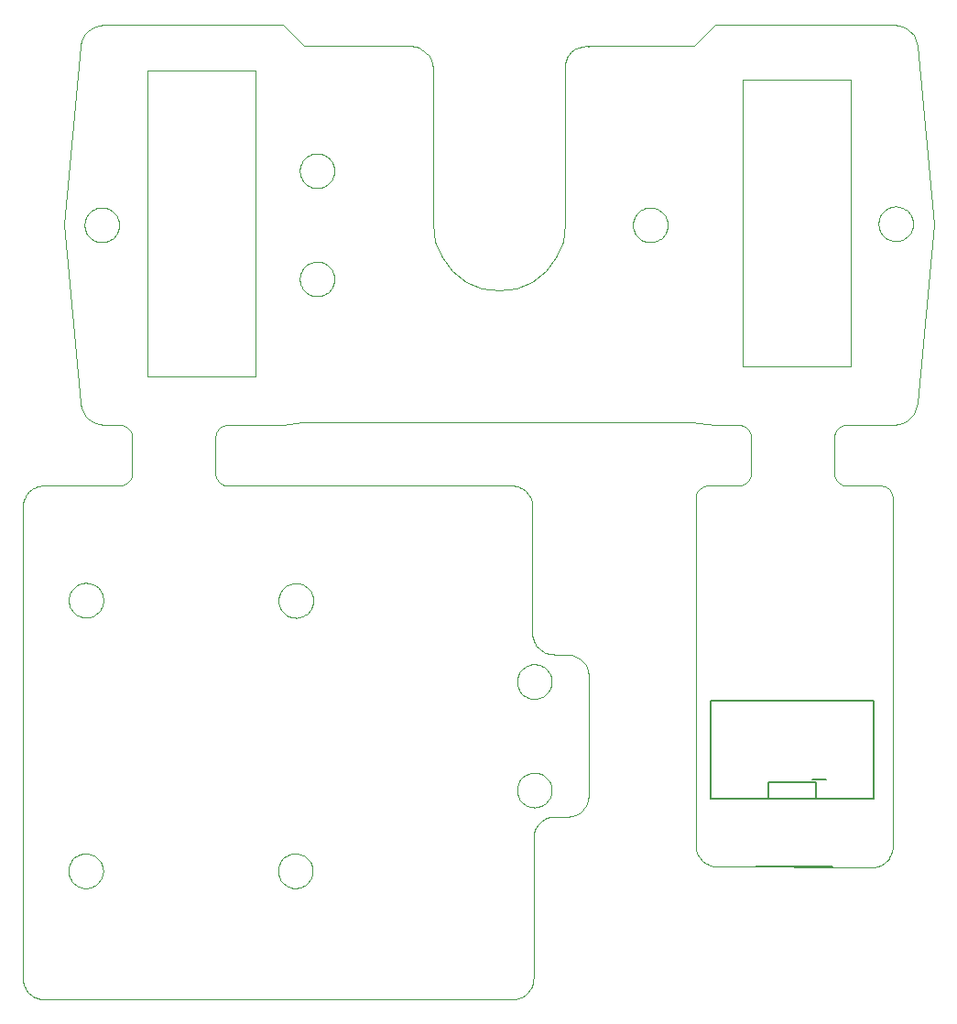
<source format=gbo>
G75*
G70*
%OFA0B0*%
%FSLAX24Y24*%
%IPPOS*%
%LPD*%
%AMOC8*
5,1,8,0,0,1.08239X$1,22.5*
%
%ADD10C,0.0010*%
%ADD11C,0.0000*%
%ADD12C,0.0080*%
%ADD13C,0.0050*%
D10*
X001892Y001853D02*
X001892Y018979D01*
X001893Y019033D01*
X001897Y019087D01*
X001905Y019141D01*
X001917Y019194D01*
X001933Y019246D01*
X001952Y019296D01*
X001975Y019345D01*
X002001Y019393D01*
X002030Y019438D01*
X002063Y019482D01*
X002098Y019523D01*
X002136Y019561D01*
X002177Y019596D01*
X002221Y019629D01*
X002266Y019658D01*
X002314Y019684D01*
X002363Y019707D01*
X002413Y019726D01*
X002465Y019742D01*
X002518Y019754D01*
X002572Y019762D01*
X002626Y019766D01*
X002680Y019767D01*
X002680Y019766D02*
X005396Y019766D01*
X005438Y019767D01*
X005480Y019771D01*
X005521Y019778D01*
X005561Y019790D01*
X005600Y019805D01*
X005638Y019824D01*
X005673Y019846D01*
X005706Y019871D01*
X005737Y019900D01*
X005765Y019931D01*
X005790Y019964D01*
X005812Y020000D01*
X005831Y020037D01*
X005846Y020076D01*
X005857Y020116D01*
X005865Y020158D01*
X005869Y020199D01*
X005869Y021499D01*
X005869Y021498D02*
X005868Y021540D01*
X005864Y021582D01*
X005857Y021623D01*
X005845Y021663D01*
X005830Y021702D01*
X005811Y021740D01*
X005789Y021775D01*
X005764Y021808D01*
X005735Y021839D01*
X005704Y021867D01*
X005671Y021892D01*
X005635Y021914D01*
X005598Y021933D01*
X005559Y021948D01*
X005519Y021959D01*
X005477Y021967D01*
X005436Y021971D01*
X004845Y021971D01*
X004852Y021978D02*
X004642Y022008D01*
X004542Y022038D01*
X004442Y022088D01*
X004352Y022138D01*
X004272Y022208D01*
X004192Y022288D01*
X004132Y022368D01*
X004082Y022458D01*
X004032Y022558D01*
X003992Y022768D01*
X003392Y029268D01*
X003992Y035758D01*
X004032Y035968D01*
X004082Y036068D01*
X004132Y036158D01*
X004192Y036238D01*
X004272Y036318D01*
X004352Y036388D01*
X004442Y036438D01*
X004542Y036488D01*
X004642Y036518D01*
X004852Y036548D01*
X011342Y036548D01*
X012132Y035758D01*
X015992Y035758D01*
X016202Y035728D01*
X016312Y035698D01*
X016402Y035648D01*
X016492Y035588D01*
X016572Y035518D01*
X016652Y035438D01*
X016712Y035348D01*
X016792Y035148D01*
X016822Y034928D01*
X016822Y029268D01*
X016902Y028638D01*
X017142Y028058D01*
X017522Y027568D01*
X018022Y027188D01*
X018602Y026948D01*
X019222Y026858D01*
X019842Y026948D01*
X020422Y027188D01*
X020922Y027568D01*
X021302Y028058D01*
X021542Y028638D01*
X021622Y029268D01*
X021622Y034928D01*
X021616Y034924D02*
X021614Y034979D01*
X021616Y035034D01*
X021621Y035088D01*
X021630Y035142D01*
X021643Y035195D01*
X021660Y035248D01*
X021681Y035298D01*
X021705Y035348D01*
X021732Y035395D01*
X021763Y035441D01*
X021797Y035484D01*
X021833Y035524D01*
X021873Y035562D01*
X021915Y035597D01*
X021960Y035629D01*
X022007Y035657D01*
X022055Y035683D01*
X022106Y035704D01*
X022157Y035722D01*
X022210Y035737D01*
X022264Y035747D01*
X022318Y035754D01*
X022373Y035757D01*
X022428Y035756D01*
X022483Y035751D01*
X022452Y035758D02*
X026312Y035758D01*
X027092Y036548D01*
X033592Y036548D01*
X033802Y036518D01*
X033902Y036488D01*
X034002Y036438D01*
X034092Y036388D01*
X034172Y036318D01*
X034312Y036158D01*
X034362Y036068D01*
X034402Y035968D01*
X034452Y035758D01*
X035052Y029268D01*
X034452Y022768D01*
X034402Y022558D01*
X034362Y022458D01*
X034312Y022368D01*
X034172Y022208D01*
X034092Y022138D01*
X034002Y022088D01*
X033902Y022038D01*
X033802Y022008D01*
X033592Y021978D01*
X033585Y021971D02*
X031892Y021971D01*
X031893Y021971D02*
X031851Y021970D01*
X031809Y021966D01*
X031768Y021959D01*
X031728Y021947D01*
X031689Y021932D01*
X031651Y021913D01*
X031616Y021891D01*
X031583Y021866D01*
X031552Y021837D01*
X031524Y021806D01*
X031499Y021773D01*
X031477Y021737D01*
X031458Y021700D01*
X031443Y021661D01*
X031432Y021621D01*
X031424Y021579D01*
X031420Y021538D01*
X031420Y020239D01*
X031421Y020197D01*
X031425Y020155D01*
X031432Y020114D01*
X031444Y020074D01*
X031459Y020035D01*
X031478Y019997D01*
X031500Y019962D01*
X031525Y019929D01*
X031554Y019898D01*
X031585Y019870D01*
X031618Y019845D01*
X031654Y019823D01*
X031691Y019804D01*
X031730Y019789D01*
X031770Y019778D01*
X031812Y019770D01*
X031853Y019766D01*
X033113Y019766D01*
X033113Y019767D02*
X033154Y019763D01*
X033196Y019755D01*
X033236Y019744D01*
X033275Y019729D01*
X033312Y019710D01*
X033348Y019688D01*
X033381Y019663D01*
X033412Y019635D01*
X033441Y019604D01*
X033466Y019571D01*
X033488Y019536D01*
X033507Y019498D01*
X033522Y019459D01*
X033534Y019419D01*
X033541Y019378D01*
X033545Y019336D01*
X033546Y019294D01*
X033546Y006656D01*
X033545Y006602D01*
X033541Y006548D01*
X033533Y006494D01*
X033521Y006441D01*
X033505Y006389D01*
X033486Y006339D01*
X033463Y006290D01*
X033437Y006242D01*
X033408Y006197D01*
X033375Y006153D01*
X033340Y006112D01*
X033302Y006074D01*
X033261Y006039D01*
X033217Y006006D01*
X033172Y005977D01*
X033124Y005951D01*
X033075Y005928D01*
X033025Y005909D01*
X032973Y005893D01*
X032920Y005881D01*
X032866Y005873D01*
X032812Y005869D01*
X032758Y005868D01*
X032758Y005869D02*
X027168Y005908D01*
X027114Y005909D01*
X027060Y005913D01*
X027006Y005921D01*
X026953Y005933D01*
X026901Y005949D01*
X026851Y005968D01*
X026802Y005991D01*
X026754Y006017D01*
X026709Y006046D01*
X026665Y006079D01*
X026624Y006114D01*
X026586Y006152D01*
X026551Y006193D01*
X026518Y006237D01*
X026489Y006282D01*
X026463Y006330D01*
X026440Y006379D01*
X026421Y006429D01*
X026405Y006481D01*
X026393Y006534D01*
X026385Y006588D01*
X026381Y006642D01*
X026380Y006696D01*
X026380Y006695D02*
X026380Y019333D01*
X026380Y019334D02*
X026384Y019375D01*
X026392Y019417D01*
X026403Y019457D01*
X026418Y019496D01*
X026437Y019533D01*
X026459Y019569D01*
X026484Y019602D01*
X026512Y019633D01*
X026543Y019662D01*
X026576Y019687D01*
X026611Y019709D01*
X026649Y019728D01*
X026688Y019743D01*
X026728Y019755D01*
X026769Y019762D01*
X026811Y019766D01*
X026853Y019767D01*
X026853Y019766D02*
X027916Y019766D01*
X027958Y019767D01*
X028000Y019771D01*
X028041Y019778D01*
X028081Y019790D01*
X028120Y019805D01*
X028158Y019824D01*
X028193Y019846D01*
X028226Y019871D01*
X028257Y019900D01*
X028285Y019931D01*
X028310Y019964D01*
X028332Y020000D01*
X028351Y020037D01*
X028366Y020076D01*
X028377Y020116D01*
X028385Y020158D01*
X028389Y020199D01*
X028388Y020199D02*
X028388Y021499D01*
X028389Y021498D02*
X028388Y021540D01*
X028384Y021582D01*
X028377Y021623D01*
X028365Y021663D01*
X028350Y021702D01*
X028331Y021740D01*
X028309Y021775D01*
X028284Y021808D01*
X028255Y021839D01*
X028224Y021867D01*
X028191Y021892D01*
X028155Y021914D01*
X028118Y021933D01*
X028079Y021948D01*
X028039Y021959D01*
X027997Y021967D01*
X027956Y021971D01*
X027955Y021971D02*
X027089Y021971D01*
X027092Y021978D02*
X026233Y022060D01*
X012053Y022060D01*
X011342Y021978D01*
X011341Y021971D02*
X009373Y021971D01*
X009331Y021970D01*
X009289Y021966D01*
X009248Y021959D01*
X009208Y021947D01*
X009169Y021932D01*
X009131Y021913D01*
X009096Y021891D01*
X009063Y021866D01*
X009032Y021837D01*
X009004Y021806D01*
X008979Y021773D01*
X008957Y021737D01*
X008938Y021700D01*
X008923Y021661D01*
X008912Y021621D01*
X008904Y021579D01*
X008900Y021538D01*
X008900Y020239D01*
X008901Y020197D01*
X008905Y020155D01*
X008912Y020114D01*
X008924Y020074D01*
X008939Y020035D01*
X008958Y019997D01*
X008980Y019962D01*
X009005Y019929D01*
X009034Y019898D01*
X009065Y019870D01*
X009098Y019845D01*
X009134Y019823D01*
X009171Y019804D01*
X009210Y019789D01*
X009250Y019778D01*
X009292Y019770D01*
X009333Y019766D01*
X019648Y019766D01*
X019648Y019767D02*
X019702Y019766D01*
X019756Y019762D01*
X019810Y019754D01*
X019863Y019742D01*
X019915Y019726D01*
X019965Y019707D01*
X020014Y019684D01*
X020062Y019658D01*
X020107Y019629D01*
X020151Y019596D01*
X020192Y019561D01*
X020230Y019523D01*
X020265Y019482D01*
X020298Y019438D01*
X020327Y019393D01*
X020353Y019345D01*
X020376Y019296D01*
X020395Y019246D01*
X020411Y019194D01*
X020423Y019141D01*
X020431Y019087D01*
X020435Y019033D01*
X020436Y018979D01*
X020436Y014412D01*
X020435Y014412D02*
X020436Y014358D01*
X020440Y014304D01*
X020448Y014250D01*
X020460Y014197D01*
X020476Y014145D01*
X020495Y014095D01*
X020518Y014046D01*
X020544Y013998D01*
X020573Y013953D01*
X020606Y013909D01*
X020641Y013868D01*
X020679Y013830D01*
X020720Y013795D01*
X020764Y013762D01*
X020809Y013733D01*
X020857Y013707D01*
X020906Y013684D01*
X020956Y013665D01*
X021008Y013649D01*
X021061Y013637D01*
X021115Y013629D01*
X021169Y013625D01*
X021223Y013624D01*
X021219Y013615D02*
X021698Y013615D01*
X021898Y013595D01*
X021998Y013555D01*
X022088Y013515D01*
X022178Y013455D01*
X022318Y013315D01*
X022378Y013225D01*
X022428Y013135D01*
X022458Y013035D01*
X022488Y012835D01*
X022488Y008505D01*
X022458Y008295D01*
X022428Y008195D01*
X022378Y008105D01*
X022318Y008025D01*
X022248Y007945D01*
X022178Y007875D01*
X022088Y007815D01*
X021998Y007775D01*
X021898Y007745D01*
X021698Y007715D01*
X021298Y007715D01*
X021263Y007719D02*
X021209Y007718D01*
X021155Y007714D01*
X021101Y007706D01*
X021048Y007694D01*
X020996Y007678D01*
X020946Y007659D01*
X020897Y007636D01*
X020849Y007610D01*
X020804Y007581D01*
X020760Y007548D01*
X020719Y007513D01*
X020681Y007475D01*
X020646Y007434D01*
X020613Y007390D01*
X020584Y007345D01*
X020558Y007297D01*
X020535Y007248D01*
X020516Y007198D01*
X020500Y007146D01*
X020488Y007093D01*
X020480Y007039D01*
X020476Y006985D01*
X020475Y006931D01*
X020475Y006932D02*
X020475Y001853D01*
X020474Y001799D01*
X020470Y001745D01*
X020462Y001691D01*
X020450Y001638D01*
X020434Y001586D01*
X020415Y001536D01*
X020392Y001487D01*
X020366Y001439D01*
X020337Y001394D01*
X020304Y001350D01*
X020269Y001309D01*
X020231Y001271D01*
X020190Y001236D01*
X020146Y001203D01*
X020101Y001174D01*
X020053Y001148D01*
X020004Y001125D01*
X019954Y001106D01*
X019902Y001090D01*
X019849Y001078D01*
X019795Y001070D01*
X019741Y001066D01*
X019687Y001065D01*
X019688Y001066D02*
X002680Y001066D01*
X002680Y001065D02*
X002626Y001066D01*
X002572Y001070D01*
X002518Y001078D01*
X002465Y001090D01*
X002413Y001106D01*
X002363Y001125D01*
X002314Y001148D01*
X002266Y001174D01*
X002221Y001203D01*
X002177Y001236D01*
X002136Y001271D01*
X002098Y001309D01*
X002063Y001350D01*
X002030Y001394D01*
X002001Y001439D01*
X001975Y001487D01*
X001952Y001536D01*
X001933Y001586D01*
X001917Y001638D01*
X001905Y001691D01*
X001897Y001745D01*
X001893Y001799D01*
X001892Y001853D01*
X006422Y023748D02*
X006422Y034857D01*
X010362Y034857D01*
X010362Y023748D01*
X006422Y023748D01*
X028082Y024102D02*
X032012Y024102D01*
X032012Y034543D01*
X028082Y034543D01*
X028082Y024102D01*
D11*
X024097Y029254D02*
X024099Y029304D01*
X024105Y029354D01*
X024115Y029403D01*
X024129Y029451D01*
X024146Y029498D01*
X024167Y029543D01*
X024192Y029587D01*
X024220Y029628D01*
X024252Y029667D01*
X024286Y029704D01*
X024323Y029738D01*
X024363Y029768D01*
X024405Y029795D01*
X024449Y029819D01*
X024495Y029840D01*
X024542Y029856D01*
X024590Y029869D01*
X024640Y029878D01*
X024689Y029883D01*
X024740Y029884D01*
X024790Y029881D01*
X024839Y029874D01*
X024888Y029863D01*
X024936Y029848D01*
X024982Y029830D01*
X025027Y029808D01*
X025070Y029782D01*
X025111Y029753D01*
X025150Y029721D01*
X025186Y029686D01*
X025218Y029648D01*
X025248Y029608D01*
X025275Y029565D01*
X025298Y029521D01*
X025317Y029475D01*
X025333Y029427D01*
X025345Y029378D01*
X025353Y029329D01*
X025357Y029279D01*
X025357Y029229D01*
X025353Y029179D01*
X025345Y029130D01*
X025333Y029081D01*
X025317Y029033D01*
X025298Y028987D01*
X025275Y028943D01*
X025248Y028900D01*
X025218Y028860D01*
X025186Y028822D01*
X025150Y028787D01*
X025111Y028755D01*
X025070Y028726D01*
X025027Y028700D01*
X024982Y028678D01*
X024936Y028660D01*
X024888Y028645D01*
X024839Y028634D01*
X024790Y028627D01*
X024740Y028624D01*
X024689Y028625D01*
X024640Y028630D01*
X024590Y028639D01*
X024542Y028652D01*
X024495Y028668D01*
X024449Y028689D01*
X024405Y028713D01*
X024363Y028740D01*
X024323Y028770D01*
X024286Y028804D01*
X024252Y028841D01*
X024220Y028880D01*
X024192Y028921D01*
X024167Y028965D01*
X024146Y029010D01*
X024129Y029057D01*
X024115Y029105D01*
X024105Y029154D01*
X024099Y029204D01*
X024097Y029254D01*
X033034Y029294D02*
X033036Y029344D01*
X033042Y029394D01*
X033052Y029443D01*
X033066Y029491D01*
X033083Y029538D01*
X033104Y029583D01*
X033129Y029627D01*
X033157Y029668D01*
X033189Y029707D01*
X033223Y029744D01*
X033260Y029778D01*
X033300Y029808D01*
X033342Y029835D01*
X033386Y029859D01*
X033432Y029880D01*
X033479Y029896D01*
X033527Y029909D01*
X033577Y029918D01*
X033626Y029923D01*
X033677Y029924D01*
X033727Y029921D01*
X033776Y029914D01*
X033825Y029903D01*
X033873Y029888D01*
X033919Y029870D01*
X033964Y029848D01*
X034007Y029822D01*
X034048Y029793D01*
X034087Y029761D01*
X034123Y029726D01*
X034155Y029688D01*
X034185Y029648D01*
X034212Y029605D01*
X034235Y029561D01*
X034254Y029515D01*
X034270Y029467D01*
X034282Y029418D01*
X034290Y029369D01*
X034294Y029319D01*
X034294Y029269D01*
X034290Y029219D01*
X034282Y029170D01*
X034270Y029121D01*
X034254Y029073D01*
X034235Y029027D01*
X034212Y028983D01*
X034185Y028940D01*
X034155Y028900D01*
X034123Y028862D01*
X034087Y028827D01*
X034048Y028795D01*
X034007Y028766D01*
X033964Y028740D01*
X033919Y028718D01*
X033873Y028700D01*
X033825Y028685D01*
X033776Y028674D01*
X033727Y028667D01*
X033677Y028664D01*
X033626Y028665D01*
X033577Y028670D01*
X033527Y028679D01*
X033479Y028692D01*
X033432Y028708D01*
X033386Y028729D01*
X033342Y028753D01*
X033300Y028780D01*
X033260Y028810D01*
X033223Y028844D01*
X033189Y028881D01*
X033157Y028920D01*
X033129Y028961D01*
X033104Y029005D01*
X033083Y029050D01*
X033066Y029097D01*
X033052Y029145D01*
X033042Y029194D01*
X033036Y029244D01*
X033034Y029294D01*
X019878Y012635D02*
X019880Y012685D01*
X019886Y012735D01*
X019896Y012784D01*
X019910Y012832D01*
X019927Y012879D01*
X019948Y012924D01*
X019973Y012968D01*
X020001Y013009D01*
X020033Y013048D01*
X020067Y013085D01*
X020104Y013119D01*
X020144Y013149D01*
X020186Y013176D01*
X020230Y013200D01*
X020276Y013221D01*
X020323Y013237D01*
X020371Y013250D01*
X020421Y013259D01*
X020470Y013264D01*
X020521Y013265D01*
X020571Y013262D01*
X020620Y013255D01*
X020669Y013244D01*
X020717Y013229D01*
X020763Y013211D01*
X020808Y013189D01*
X020851Y013163D01*
X020892Y013134D01*
X020931Y013102D01*
X020967Y013067D01*
X020999Y013029D01*
X021029Y012989D01*
X021056Y012946D01*
X021079Y012902D01*
X021098Y012856D01*
X021114Y012808D01*
X021126Y012759D01*
X021134Y012710D01*
X021138Y012660D01*
X021138Y012610D01*
X021134Y012560D01*
X021126Y012511D01*
X021114Y012462D01*
X021098Y012414D01*
X021079Y012368D01*
X021056Y012324D01*
X021029Y012281D01*
X020999Y012241D01*
X020967Y012203D01*
X020931Y012168D01*
X020892Y012136D01*
X020851Y012107D01*
X020808Y012081D01*
X020763Y012059D01*
X020717Y012041D01*
X020669Y012026D01*
X020620Y012015D01*
X020571Y012008D01*
X020521Y012005D01*
X020470Y012006D01*
X020421Y012011D01*
X020371Y012020D01*
X020323Y012033D01*
X020276Y012049D01*
X020230Y012070D01*
X020186Y012094D01*
X020144Y012121D01*
X020104Y012151D01*
X020067Y012185D01*
X020033Y012222D01*
X020001Y012261D01*
X019973Y012302D01*
X019948Y012346D01*
X019927Y012391D01*
X019910Y012438D01*
X019896Y012486D01*
X019886Y012535D01*
X019880Y012585D01*
X019878Y012635D01*
X019878Y008685D02*
X019880Y008735D01*
X019886Y008785D01*
X019896Y008834D01*
X019910Y008882D01*
X019927Y008929D01*
X019948Y008974D01*
X019973Y009018D01*
X020001Y009059D01*
X020033Y009098D01*
X020067Y009135D01*
X020104Y009169D01*
X020144Y009199D01*
X020186Y009226D01*
X020230Y009250D01*
X020276Y009271D01*
X020323Y009287D01*
X020371Y009300D01*
X020421Y009309D01*
X020470Y009314D01*
X020521Y009315D01*
X020571Y009312D01*
X020620Y009305D01*
X020669Y009294D01*
X020717Y009279D01*
X020763Y009261D01*
X020808Y009239D01*
X020851Y009213D01*
X020892Y009184D01*
X020931Y009152D01*
X020967Y009117D01*
X020999Y009079D01*
X021029Y009039D01*
X021056Y008996D01*
X021079Y008952D01*
X021098Y008906D01*
X021114Y008858D01*
X021126Y008809D01*
X021134Y008760D01*
X021138Y008710D01*
X021138Y008660D01*
X021134Y008610D01*
X021126Y008561D01*
X021114Y008512D01*
X021098Y008464D01*
X021079Y008418D01*
X021056Y008374D01*
X021029Y008331D01*
X020999Y008291D01*
X020967Y008253D01*
X020931Y008218D01*
X020892Y008186D01*
X020851Y008157D01*
X020808Y008131D01*
X020763Y008109D01*
X020717Y008091D01*
X020669Y008076D01*
X020620Y008065D01*
X020571Y008058D01*
X020521Y008055D01*
X020470Y008056D01*
X020421Y008061D01*
X020371Y008070D01*
X020323Y008083D01*
X020276Y008099D01*
X020230Y008120D01*
X020186Y008144D01*
X020144Y008171D01*
X020104Y008201D01*
X020067Y008235D01*
X020033Y008272D01*
X020001Y008311D01*
X019973Y008352D01*
X019948Y008396D01*
X019927Y008441D01*
X019910Y008488D01*
X019896Y008536D01*
X019886Y008585D01*
X019880Y008635D01*
X019878Y008685D01*
X011178Y005745D02*
X011180Y005795D01*
X011186Y005845D01*
X011196Y005894D01*
X011210Y005942D01*
X011227Y005989D01*
X011248Y006034D01*
X011273Y006078D01*
X011301Y006119D01*
X011333Y006158D01*
X011367Y006195D01*
X011404Y006229D01*
X011444Y006259D01*
X011486Y006286D01*
X011530Y006310D01*
X011576Y006331D01*
X011623Y006347D01*
X011671Y006360D01*
X011721Y006369D01*
X011770Y006374D01*
X011821Y006375D01*
X011871Y006372D01*
X011920Y006365D01*
X011969Y006354D01*
X012017Y006339D01*
X012063Y006321D01*
X012108Y006299D01*
X012151Y006273D01*
X012192Y006244D01*
X012231Y006212D01*
X012267Y006177D01*
X012299Y006139D01*
X012329Y006099D01*
X012356Y006056D01*
X012379Y006012D01*
X012398Y005966D01*
X012414Y005918D01*
X012426Y005869D01*
X012434Y005820D01*
X012438Y005770D01*
X012438Y005720D01*
X012434Y005670D01*
X012426Y005621D01*
X012414Y005572D01*
X012398Y005524D01*
X012379Y005478D01*
X012356Y005434D01*
X012329Y005391D01*
X012299Y005351D01*
X012267Y005313D01*
X012231Y005278D01*
X012192Y005246D01*
X012151Y005217D01*
X012108Y005191D01*
X012063Y005169D01*
X012017Y005151D01*
X011969Y005136D01*
X011920Y005125D01*
X011871Y005118D01*
X011821Y005115D01*
X011770Y005116D01*
X011721Y005121D01*
X011671Y005130D01*
X011623Y005143D01*
X011576Y005159D01*
X011530Y005180D01*
X011486Y005204D01*
X011444Y005231D01*
X011404Y005261D01*
X011367Y005295D01*
X011333Y005332D01*
X011301Y005371D01*
X011273Y005412D01*
X011248Y005456D01*
X011227Y005501D01*
X011210Y005548D01*
X011196Y005596D01*
X011186Y005645D01*
X011180Y005695D01*
X011178Y005745D01*
X003548Y005745D02*
X003550Y005795D01*
X003556Y005845D01*
X003566Y005894D01*
X003580Y005942D01*
X003597Y005989D01*
X003618Y006034D01*
X003643Y006078D01*
X003671Y006119D01*
X003703Y006158D01*
X003737Y006195D01*
X003774Y006229D01*
X003814Y006259D01*
X003856Y006286D01*
X003900Y006310D01*
X003946Y006331D01*
X003993Y006347D01*
X004041Y006360D01*
X004091Y006369D01*
X004140Y006374D01*
X004191Y006375D01*
X004241Y006372D01*
X004290Y006365D01*
X004339Y006354D01*
X004387Y006339D01*
X004433Y006321D01*
X004478Y006299D01*
X004521Y006273D01*
X004562Y006244D01*
X004601Y006212D01*
X004637Y006177D01*
X004669Y006139D01*
X004699Y006099D01*
X004726Y006056D01*
X004749Y006012D01*
X004768Y005966D01*
X004784Y005918D01*
X004796Y005869D01*
X004804Y005820D01*
X004808Y005770D01*
X004808Y005720D01*
X004804Y005670D01*
X004796Y005621D01*
X004784Y005572D01*
X004768Y005524D01*
X004749Y005478D01*
X004726Y005434D01*
X004699Y005391D01*
X004669Y005351D01*
X004637Y005313D01*
X004601Y005278D01*
X004562Y005246D01*
X004521Y005217D01*
X004478Y005191D01*
X004433Y005169D01*
X004387Y005151D01*
X004339Y005136D01*
X004290Y005125D01*
X004241Y005118D01*
X004191Y005115D01*
X004140Y005116D01*
X004091Y005121D01*
X004041Y005130D01*
X003993Y005143D01*
X003946Y005159D01*
X003900Y005180D01*
X003856Y005204D01*
X003814Y005231D01*
X003774Y005261D01*
X003737Y005295D01*
X003703Y005332D01*
X003671Y005371D01*
X003643Y005412D01*
X003618Y005456D01*
X003597Y005501D01*
X003580Y005548D01*
X003566Y005596D01*
X003556Y005645D01*
X003550Y005695D01*
X003548Y005745D01*
X003558Y015595D02*
X003560Y015645D01*
X003566Y015695D01*
X003576Y015744D01*
X003590Y015792D01*
X003607Y015839D01*
X003628Y015884D01*
X003653Y015928D01*
X003681Y015969D01*
X003713Y016008D01*
X003747Y016045D01*
X003784Y016079D01*
X003824Y016109D01*
X003866Y016136D01*
X003910Y016160D01*
X003956Y016181D01*
X004003Y016197D01*
X004051Y016210D01*
X004101Y016219D01*
X004150Y016224D01*
X004201Y016225D01*
X004251Y016222D01*
X004300Y016215D01*
X004349Y016204D01*
X004397Y016189D01*
X004443Y016171D01*
X004488Y016149D01*
X004531Y016123D01*
X004572Y016094D01*
X004611Y016062D01*
X004647Y016027D01*
X004679Y015989D01*
X004709Y015949D01*
X004736Y015906D01*
X004759Y015862D01*
X004778Y015816D01*
X004794Y015768D01*
X004806Y015719D01*
X004814Y015670D01*
X004818Y015620D01*
X004818Y015570D01*
X004814Y015520D01*
X004806Y015471D01*
X004794Y015422D01*
X004778Y015374D01*
X004759Y015328D01*
X004736Y015284D01*
X004709Y015241D01*
X004679Y015201D01*
X004647Y015163D01*
X004611Y015128D01*
X004572Y015096D01*
X004531Y015067D01*
X004488Y015041D01*
X004443Y015019D01*
X004397Y015001D01*
X004349Y014986D01*
X004300Y014975D01*
X004251Y014968D01*
X004201Y014965D01*
X004150Y014966D01*
X004101Y014971D01*
X004051Y014980D01*
X004003Y014993D01*
X003956Y015009D01*
X003910Y015030D01*
X003866Y015054D01*
X003824Y015081D01*
X003784Y015111D01*
X003747Y015145D01*
X003713Y015182D01*
X003681Y015221D01*
X003653Y015262D01*
X003628Y015306D01*
X003607Y015351D01*
X003590Y015398D01*
X003576Y015446D01*
X003566Y015495D01*
X003560Y015545D01*
X003558Y015595D01*
X011198Y015585D02*
X011200Y015635D01*
X011206Y015685D01*
X011216Y015734D01*
X011230Y015782D01*
X011247Y015829D01*
X011268Y015874D01*
X011293Y015918D01*
X011321Y015959D01*
X011353Y015998D01*
X011387Y016035D01*
X011424Y016069D01*
X011464Y016099D01*
X011506Y016126D01*
X011550Y016150D01*
X011596Y016171D01*
X011643Y016187D01*
X011691Y016200D01*
X011741Y016209D01*
X011790Y016214D01*
X011841Y016215D01*
X011891Y016212D01*
X011940Y016205D01*
X011989Y016194D01*
X012037Y016179D01*
X012083Y016161D01*
X012128Y016139D01*
X012171Y016113D01*
X012212Y016084D01*
X012251Y016052D01*
X012287Y016017D01*
X012319Y015979D01*
X012349Y015939D01*
X012376Y015896D01*
X012399Y015852D01*
X012418Y015806D01*
X012434Y015758D01*
X012446Y015709D01*
X012454Y015660D01*
X012458Y015610D01*
X012458Y015560D01*
X012454Y015510D01*
X012446Y015461D01*
X012434Y015412D01*
X012418Y015364D01*
X012399Y015318D01*
X012376Y015274D01*
X012349Y015231D01*
X012319Y015191D01*
X012287Y015153D01*
X012251Y015118D01*
X012212Y015086D01*
X012171Y015057D01*
X012128Y015031D01*
X012083Y015009D01*
X012037Y014991D01*
X011989Y014976D01*
X011940Y014965D01*
X011891Y014958D01*
X011841Y014955D01*
X011790Y014956D01*
X011741Y014961D01*
X011691Y014970D01*
X011643Y014983D01*
X011596Y014999D01*
X011550Y015020D01*
X011506Y015044D01*
X011464Y015071D01*
X011424Y015101D01*
X011387Y015135D01*
X011353Y015172D01*
X011321Y015211D01*
X011293Y015252D01*
X011268Y015296D01*
X011247Y015341D01*
X011230Y015388D01*
X011216Y015436D01*
X011206Y015485D01*
X011200Y015535D01*
X011198Y015585D01*
X011971Y027286D02*
X011973Y027336D01*
X011979Y027386D01*
X011989Y027435D01*
X012003Y027483D01*
X012020Y027530D01*
X012041Y027575D01*
X012066Y027619D01*
X012094Y027660D01*
X012126Y027699D01*
X012160Y027736D01*
X012197Y027770D01*
X012237Y027800D01*
X012279Y027827D01*
X012323Y027851D01*
X012369Y027872D01*
X012416Y027888D01*
X012464Y027901D01*
X012514Y027910D01*
X012563Y027915D01*
X012614Y027916D01*
X012664Y027913D01*
X012713Y027906D01*
X012762Y027895D01*
X012810Y027880D01*
X012856Y027862D01*
X012901Y027840D01*
X012944Y027814D01*
X012985Y027785D01*
X013024Y027753D01*
X013060Y027718D01*
X013092Y027680D01*
X013122Y027640D01*
X013149Y027597D01*
X013172Y027553D01*
X013191Y027507D01*
X013207Y027459D01*
X013219Y027410D01*
X013227Y027361D01*
X013231Y027311D01*
X013231Y027261D01*
X013227Y027211D01*
X013219Y027162D01*
X013207Y027113D01*
X013191Y027065D01*
X013172Y027019D01*
X013149Y026975D01*
X013122Y026932D01*
X013092Y026892D01*
X013060Y026854D01*
X013024Y026819D01*
X012985Y026787D01*
X012944Y026758D01*
X012901Y026732D01*
X012856Y026710D01*
X012810Y026692D01*
X012762Y026677D01*
X012713Y026666D01*
X012664Y026659D01*
X012614Y026656D01*
X012563Y026657D01*
X012514Y026662D01*
X012464Y026671D01*
X012416Y026684D01*
X012369Y026700D01*
X012323Y026721D01*
X012279Y026745D01*
X012237Y026772D01*
X012197Y026802D01*
X012160Y026836D01*
X012126Y026873D01*
X012094Y026912D01*
X012066Y026953D01*
X012041Y026997D01*
X012020Y027042D01*
X012003Y027089D01*
X011989Y027137D01*
X011979Y027186D01*
X011973Y027236D01*
X011971Y027286D01*
X011971Y031223D02*
X011973Y031273D01*
X011979Y031323D01*
X011989Y031372D01*
X012003Y031420D01*
X012020Y031467D01*
X012041Y031512D01*
X012066Y031556D01*
X012094Y031597D01*
X012126Y031636D01*
X012160Y031673D01*
X012197Y031707D01*
X012237Y031737D01*
X012279Y031764D01*
X012323Y031788D01*
X012369Y031809D01*
X012416Y031825D01*
X012464Y031838D01*
X012514Y031847D01*
X012563Y031852D01*
X012614Y031853D01*
X012664Y031850D01*
X012713Y031843D01*
X012762Y031832D01*
X012810Y031817D01*
X012856Y031799D01*
X012901Y031777D01*
X012944Y031751D01*
X012985Y031722D01*
X013024Y031690D01*
X013060Y031655D01*
X013092Y031617D01*
X013122Y031577D01*
X013149Y031534D01*
X013172Y031490D01*
X013191Y031444D01*
X013207Y031396D01*
X013219Y031347D01*
X013227Y031298D01*
X013231Y031248D01*
X013231Y031198D01*
X013227Y031148D01*
X013219Y031099D01*
X013207Y031050D01*
X013191Y031002D01*
X013172Y030956D01*
X013149Y030912D01*
X013122Y030869D01*
X013092Y030829D01*
X013060Y030791D01*
X013024Y030756D01*
X012985Y030724D01*
X012944Y030695D01*
X012901Y030669D01*
X012856Y030647D01*
X012810Y030629D01*
X012762Y030614D01*
X012713Y030603D01*
X012664Y030596D01*
X012614Y030593D01*
X012563Y030594D01*
X012514Y030599D01*
X012464Y030608D01*
X012416Y030621D01*
X012369Y030637D01*
X012323Y030658D01*
X012279Y030682D01*
X012237Y030709D01*
X012197Y030739D01*
X012160Y030773D01*
X012126Y030810D01*
X012094Y030849D01*
X012066Y030890D01*
X012041Y030934D01*
X012020Y030979D01*
X012003Y031026D01*
X011989Y031074D01*
X011979Y031123D01*
X011973Y031173D01*
X011971Y031223D01*
X004136Y029254D02*
X004138Y029304D01*
X004144Y029354D01*
X004154Y029403D01*
X004168Y029451D01*
X004185Y029498D01*
X004206Y029543D01*
X004231Y029587D01*
X004259Y029628D01*
X004291Y029667D01*
X004325Y029704D01*
X004362Y029738D01*
X004402Y029768D01*
X004444Y029795D01*
X004488Y029819D01*
X004534Y029840D01*
X004581Y029856D01*
X004629Y029869D01*
X004679Y029878D01*
X004728Y029883D01*
X004779Y029884D01*
X004829Y029881D01*
X004878Y029874D01*
X004927Y029863D01*
X004975Y029848D01*
X005021Y029830D01*
X005066Y029808D01*
X005109Y029782D01*
X005150Y029753D01*
X005189Y029721D01*
X005225Y029686D01*
X005257Y029648D01*
X005287Y029608D01*
X005314Y029565D01*
X005337Y029521D01*
X005356Y029475D01*
X005372Y029427D01*
X005384Y029378D01*
X005392Y029329D01*
X005396Y029279D01*
X005396Y029229D01*
X005392Y029179D01*
X005384Y029130D01*
X005372Y029081D01*
X005356Y029033D01*
X005337Y028987D01*
X005314Y028943D01*
X005287Y028900D01*
X005257Y028860D01*
X005225Y028822D01*
X005189Y028787D01*
X005150Y028755D01*
X005109Y028726D01*
X005066Y028700D01*
X005021Y028678D01*
X004975Y028660D01*
X004927Y028645D01*
X004878Y028634D01*
X004829Y028627D01*
X004779Y028624D01*
X004728Y028625D01*
X004679Y028630D01*
X004629Y028639D01*
X004581Y028652D01*
X004534Y028668D01*
X004488Y028689D01*
X004444Y028713D01*
X004402Y028740D01*
X004362Y028770D01*
X004325Y028804D01*
X004291Y028841D01*
X004259Y028880D01*
X004231Y028921D01*
X004206Y028965D01*
X004185Y029010D01*
X004168Y029057D01*
X004154Y029105D01*
X004144Y029154D01*
X004138Y029204D01*
X004136Y029254D01*
D12*
X026908Y011932D02*
X026908Y008388D01*
X029018Y008388D01*
X029018Y008979D01*
X030751Y008979D01*
X030751Y008388D01*
X032861Y008388D01*
X032861Y011892D01*
X032861Y011932D02*
X026908Y011932D01*
X029018Y008388D02*
X030751Y008388D01*
X030634Y009067D02*
X031134Y009067D01*
D13*
X031363Y005917D02*
X028563Y005917D01*
M02*

</source>
